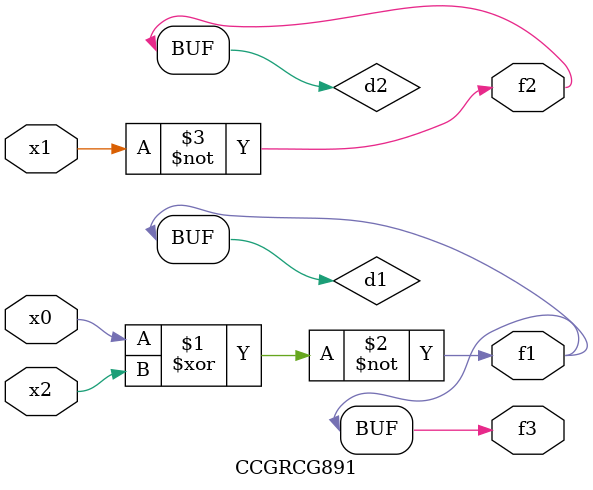
<source format=v>
module CCGRCG891(
	input x0, x1, x2,
	output f1, f2, f3
);

	wire d1, d2, d3;

	xnor (d1, x0, x2);
	nand (d2, x1);
	nor (d3, x1, x2);
	assign f1 = d1;
	assign f2 = d2;
	assign f3 = d1;
endmodule

</source>
